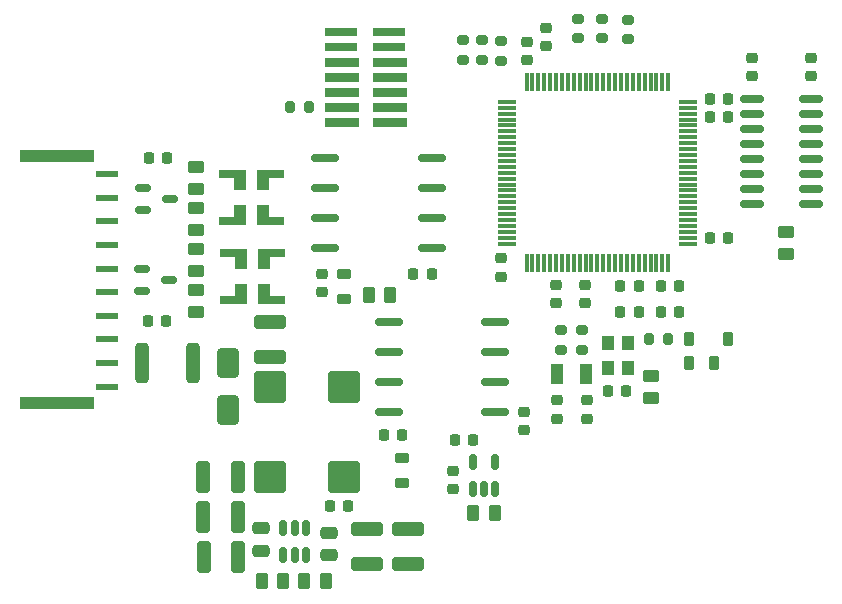
<source format=gbr>
%TF.GenerationSoftware,KiCad,Pcbnew,8.0.6*%
%TF.CreationDate,2024-11-04T12:53:01+02:00*%
%TF.ProjectId,PionController,50696f6e-436f-46e7-9472-6f6c6c65722e,rev?*%
%TF.SameCoordinates,Original*%
%TF.FileFunction,Paste,Top*%
%TF.FilePolarity,Positive*%
%FSLAX46Y46*%
G04 Gerber Fmt 4.6, Leading zero omitted, Abs format (unit mm)*
G04 Created by KiCad (PCBNEW 8.0.6) date 2024-11-04 12:53:01*
%MOMM*%
%LPD*%
G01*
G04 APERTURE LIST*
G04 Aperture macros list*
%AMRoundRect*
0 Rectangle with rounded corners*
0 $1 Rounding radius*
0 $2 $3 $4 $5 $6 $7 $8 $9 X,Y pos of 4 corners*
0 Add a 4 corners polygon primitive as box body*
4,1,4,$2,$3,$4,$5,$6,$7,$8,$9,$2,$3,0*
0 Add four circle primitives for the rounded corners*
1,1,$1+$1,$2,$3*
1,1,$1+$1,$4,$5*
1,1,$1+$1,$6,$7*
1,1,$1+$1,$8,$9*
0 Add four rect primitives between the rounded corners*
20,1,$1+$1,$2,$3,$4,$5,0*
20,1,$1+$1,$4,$5,$6,$7,0*
20,1,$1+$1,$6,$7,$8,$9,0*
20,1,$1+$1,$8,$9,$2,$3,0*%
%AMFreePoly0*
4,1,8,0.500000,-0.850000,-0.500000,-0.850000,-1.800000,-0.850000,-1.800000,-0.150000,-0.500000,-0.150000,-0.500000,0.850000,0.500000,0.850000,0.500000,-0.850000,0.500000,-0.850000,$1*%
%AMFreePoly1*
4,1,7,0.500000,-0.150000,1.800000,-0.150000,1.800000,-0.850000,-0.500000,-0.850000,-0.500000,0.850000,0.500000,0.850000,0.500000,-0.150000,0.500000,-0.150000,$1*%
G04 Aperture macros list end*
%ADD10C,0.010000*%
%ADD11RoundRect,0.225000X-0.225000X-0.250000X0.225000X-0.250000X0.225000X0.250000X-0.225000X0.250000X0*%
%ADD12RoundRect,0.250000X-0.475000X0.250000X-0.475000X-0.250000X0.475000X-0.250000X0.475000X0.250000X0*%
%ADD13RoundRect,0.150000X0.150000X-0.512500X0.150000X0.512500X-0.150000X0.512500X-0.150000X-0.512500X0*%
%ADD14RoundRect,0.200000X0.200000X0.275000X-0.200000X0.275000X-0.200000X-0.275000X0.200000X-0.275000X0*%
%ADD15RoundRect,0.250000X-0.650000X1.000000X-0.650000X-1.000000X0.650000X-1.000000X0.650000X1.000000X0*%
%ADD16RoundRect,0.225000X0.225000X0.250000X-0.225000X0.250000X-0.225000X-0.250000X0.225000X-0.250000X0*%
%ADD17FreePoly0,180.000000*%
%ADD18FreePoly1,180.000000*%
%ADD19FreePoly0,0.000000*%
%ADD20FreePoly1,0.000000*%
%ADD21RoundRect,0.162500X1.012500X0.162500X-1.012500X0.162500X-1.012500X-0.162500X1.012500X-0.162500X0*%
%ADD22RoundRect,0.250000X0.325000X1.100000X-0.325000X1.100000X-0.325000X-1.100000X0.325000X-1.100000X0*%
%ADD23RoundRect,0.218750X-0.381250X0.218750X-0.381250X-0.218750X0.381250X-0.218750X0.381250X0.218750X0*%
%ADD24R,1.900000X0.550000*%
%ADD25R,6.300000X1.050000*%
%ADD26RoundRect,0.200000X0.275000X-0.200000X0.275000X0.200000X-0.275000X0.200000X-0.275000X-0.200000X0*%
%ADD27RoundRect,0.250000X-0.262500X-0.450000X0.262500X-0.450000X0.262500X0.450000X-0.262500X0.450000X0*%
%ADD28RoundRect,0.150000X-0.150000X0.512500X-0.150000X-0.512500X0.150000X-0.512500X0.150000X0.512500X0*%
%ADD29RoundRect,0.250000X0.450000X-0.262500X0.450000X0.262500X-0.450000X0.262500X-0.450000X-0.262500X0*%
%ADD30RoundRect,0.225000X-0.250000X0.225000X-0.250000X-0.225000X0.250000X-0.225000X0.250000X0.225000X0*%
%ADD31RoundRect,0.250000X-0.450000X0.262500X-0.450000X-0.262500X0.450000X-0.262500X0.450000X0.262500X0*%
%ADD32RoundRect,0.250000X1.100000X-0.325000X1.100000X0.325000X-1.100000X0.325000X-1.100000X-0.325000X0*%
%ADD33RoundRect,0.250000X-1.100000X0.325000X-1.100000X-0.325000X1.100000X-0.325000X1.100000X0.325000X0*%
%ADD34RoundRect,0.200000X-0.275000X0.200000X-0.275000X-0.200000X0.275000X-0.200000X0.275000X0.200000X0*%
%ADD35R,1.100000X1.300000*%
%ADD36RoundRect,0.218750X-0.218750X-0.256250X0.218750X-0.256250X0.218750X0.256250X-0.218750X0.256250X0*%
%ADD37RoundRect,0.225000X0.225000X0.375000X-0.225000X0.375000X-0.225000X-0.375000X0.225000X-0.375000X0*%
%ADD38RoundRect,0.225000X0.250000X-0.225000X0.250000X0.225000X-0.250000X0.225000X-0.250000X-0.225000X0*%
%ADD39RoundRect,0.250000X0.475000X-0.250000X0.475000X0.250000X-0.475000X0.250000X-0.475000X-0.250000X0*%
%ADD40RoundRect,0.075000X0.075000X-0.725000X0.075000X0.725000X-0.075000X0.725000X-0.075000X-0.725000X0*%
%ADD41RoundRect,0.075000X0.725000X-0.075000X0.725000X0.075000X-0.725000X0.075000X-0.725000X-0.075000X0*%
%ADD42RoundRect,0.150000X-0.825000X-0.150000X0.825000X-0.150000X0.825000X0.150000X-0.825000X0.150000X0*%
%ADD43RoundRect,0.218750X0.218750X0.381250X-0.218750X0.381250X-0.218750X-0.381250X0.218750X-0.381250X0*%
%ADD44RoundRect,0.250000X-0.312500X-1.450000X0.312500X-1.450000X0.312500X1.450000X-0.312500X1.450000X0*%
%ADD45RoundRect,0.250000X0.262500X0.450000X-0.262500X0.450000X-0.262500X-0.450000X0.262500X-0.450000X0*%
%ADD46R,2.790000X0.740000*%
%ADD47RoundRect,0.150000X-0.512500X-0.150000X0.512500X-0.150000X0.512500X0.150000X-0.512500X0.150000X0*%
%ADD48R,1.000000X1.800000*%
%ADD49RoundRect,0.250000X1.100000X-1.100000X1.100000X1.100000X-1.100000X1.100000X-1.100000X-1.100000X0*%
G04 APERTURE END LIST*
D10*
%TO.C,J1*%
X129173000Y-78680000D02*
X126383000Y-78680000D01*
X126383000Y-77940000D01*
X129173000Y-77940000D01*
X129173000Y-78680000D01*
G36*
X129173000Y-78680000D02*
G01*
X126383000Y-78680000D01*
X126383000Y-77940000D01*
X129173000Y-77940000D01*
X129173000Y-78680000D01*
G37*
X129173000Y-79950000D02*
X126383000Y-79950000D01*
X126383000Y-79210000D01*
X129173000Y-79210000D01*
X129173000Y-79950000D01*
G36*
X129173000Y-79950000D02*
G01*
X126383000Y-79950000D01*
X126383000Y-79210000D01*
X129173000Y-79210000D01*
X129173000Y-79950000D01*
G37*
X129173000Y-81220000D02*
X126383000Y-81220000D01*
X126383000Y-80480000D01*
X129173000Y-80480000D01*
X129173000Y-81220000D01*
G36*
X129173000Y-81220000D02*
G01*
X126383000Y-81220000D01*
X126383000Y-80480000D01*
X129173000Y-80480000D01*
X129173000Y-81220000D01*
G37*
X129173000Y-82490000D02*
X126383000Y-82490000D01*
X126383000Y-81750000D01*
X129173000Y-81750000D01*
X129173000Y-82490000D01*
G36*
X129173000Y-82490000D02*
G01*
X126383000Y-82490000D01*
X126383000Y-81750000D01*
X129173000Y-81750000D01*
X129173000Y-82490000D01*
G37*
X129173000Y-83760000D02*
X126383000Y-83760000D01*
X126383000Y-83020000D01*
X129173000Y-83020000D01*
X129173000Y-83760000D01*
G36*
X129173000Y-83760000D02*
G01*
X126383000Y-83760000D01*
X126383000Y-83020000D01*
X129173000Y-83020000D01*
X129173000Y-83760000D01*
G37*
X133237000Y-78680000D02*
X130447000Y-78680000D01*
X130447000Y-77940000D01*
X133237000Y-77940000D01*
X133237000Y-78680000D01*
G36*
X133237000Y-78680000D02*
G01*
X130447000Y-78680000D01*
X130447000Y-77940000D01*
X133237000Y-77940000D01*
X133237000Y-78680000D01*
G37*
X133237000Y-79950000D02*
X130447000Y-79950000D01*
X130447000Y-79210000D01*
X133237000Y-79210000D01*
X133237000Y-79950000D01*
G36*
X133237000Y-79950000D02*
G01*
X130447000Y-79950000D01*
X130447000Y-79210000D01*
X133237000Y-79210000D01*
X133237000Y-79950000D01*
G37*
X133237000Y-81220000D02*
X130447000Y-81220000D01*
X130447000Y-80480000D01*
X133237000Y-80480000D01*
X133237000Y-81220000D01*
G36*
X133237000Y-81220000D02*
G01*
X130447000Y-81220000D01*
X130447000Y-80480000D01*
X133237000Y-80480000D01*
X133237000Y-81220000D01*
G37*
X133237000Y-82490000D02*
X130447000Y-82490000D01*
X130447000Y-81750000D01*
X133237000Y-81750000D01*
X133237000Y-82490000D01*
G36*
X133237000Y-82490000D02*
G01*
X130447000Y-82490000D01*
X130447000Y-81750000D01*
X133237000Y-81750000D01*
X133237000Y-82490000D01*
G37*
X133237000Y-83760000D02*
X130447000Y-83760000D01*
X130447000Y-83020000D01*
X133237000Y-83020000D01*
X133237000Y-83760000D01*
G36*
X133237000Y-83760000D02*
G01*
X130447000Y-83760000D01*
X130447000Y-83020000D01*
X133237000Y-83020000D01*
X133237000Y-83760000D01*
G37*
%TD*%
D11*
%TO.C,C13*%
X154876200Y-99491800D03*
X156426200Y-99491800D03*
%TD*%
D12*
%TO.C,C5*%
X120989200Y-117764800D03*
X120989200Y-119664800D03*
%TD*%
D13*
%TO.C,U2*%
X138953200Y-114472300D03*
X139903200Y-114472300D03*
X140853200Y-114472300D03*
X140853200Y-112197300D03*
X138953200Y-112197300D03*
%TD*%
D14*
%TO.C,R9*%
X125065000Y-82120000D03*
X123415000Y-82120000D03*
%TD*%
D15*
%TO.C,D1*%
X118225000Y-103790000D03*
X118225000Y-107790000D03*
%TD*%
D16*
%TO.C,C29*%
X135445800Y-96291400D03*
X133895800Y-96291400D03*
%TD*%
D17*
%TO.C,CMC2*%
X121219000Y-94943800D03*
D18*
X119319000Y-94943800D03*
D19*
X119319000Y-97943800D03*
D20*
X121219000Y-97943800D03*
%TD*%
D21*
%TO.C,U5*%
X135436600Y-94092400D03*
X135436600Y-91552400D03*
X135436600Y-89012400D03*
X135436600Y-86472400D03*
X126386600Y-86472400D03*
X126386600Y-89012400D03*
X126386600Y-91552400D03*
X126386600Y-94092400D03*
%TD*%
D22*
%TO.C,C3*%
X119064200Y-113414800D03*
X116114200Y-113414800D03*
%TD*%
D23*
%TO.C,FB3*%
X128040000Y-96227500D03*
X128040000Y-98352500D03*
%TD*%
D24*
%TO.C,J2*%
X107950000Y-105790000D03*
X107950000Y-103790000D03*
X107950000Y-101790000D03*
X107950000Y-99790000D03*
X107950000Y-97790000D03*
X107950000Y-95790000D03*
X107950000Y-93790000D03*
X107950000Y-91790000D03*
X107950000Y-89790000D03*
X107950000Y-87790000D03*
D25*
X103750000Y-107150000D03*
X103750000Y-86250000D03*
%TD*%
D26*
%TO.C,R6*%
X148158200Y-102653600D03*
X148158200Y-101003600D03*
%TD*%
D27*
%TO.C,R8*%
X130127500Y-98050000D03*
X131952500Y-98050000D03*
%TD*%
D11*
%TO.C,C10*%
X137426400Y-110286800D03*
X138976400Y-110286800D03*
%TD*%
D28*
%TO.C,U1*%
X124789200Y-117777300D03*
X123839200Y-117777300D03*
X122889200Y-117777300D03*
X122889200Y-120052300D03*
X123839200Y-120052300D03*
X124789200Y-120052300D03*
%TD*%
D29*
%TO.C,R19*%
X115500000Y-89050000D03*
X115500000Y-87225000D03*
%TD*%
D30*
%TO.C,C25*%
X145110000Y-75395000D03*
X145110000Y-76945000D03*
%TD*%
D17*
%TO.C,CMC3*%
X121150000Y-88289000D03*
D18*
X119250000Y-88289000D03*
D19*
X119250000Y-91289000D03*
D20*
X121150000Y-91289000D03*
%TD*%
D31*
%TO.C,R7*%
X154051000Y-104929300D03*
X154051000Y-106754300D03*
%TD*%
D32*
%TO.C,C1*%
X121739200Y-103239800D03*
X121739200Y-100289800D03*
%TD*%
D14*
%TO.C,R4*%
X155485600Y-101727000D03*
X153835600Y-101727000D03*
%TD*%
D33*
%TO.C,C8*%
X133420000Y-117845000D03*
X133420000Y-120795000D03*
%TD*%
D34*
%TO.C,R10*%
X147878800Y-74663800D03*
X147878800Y-76313800D03*
%TD*%
D35*
%TO.C,X1*%
X152031200Y-104224800D03*
X152031200Y-102124800D03*
X150381200Y-102124800D03*
X150381200Y-104224800D03*
%TD*%
D22*
%TO.C,C2*%
X119093200Y-120222800D03*
X116143200Y-120222800D03*
%TD*%
D34*
%TO.C,R12*%
X138125200Y-76467200D03*
X138125200Y-78117200D03*
%TD*%
D36*
%TO.C,L1*%
X126801700Y-115927300D03*
X128376700Y-115927300D03*
%TD*%
D37*
%TO.C,D2*%
X160501600Y-101727000D03*
X157201600Y-101727000D03*
%TD*%
D23*
%TO.C,FB2*%
X132943600Y-111865900D03*
X132943600Y-113990900D03*
%TD*%
D38*
%TO.C,C23*%
X141300200Y-96482200D03*
X141300200Y-94932200D03*
%TD*%
D39*
%TO.C,C6*%
X126789200Y-120052300D03*
X126789200Y-118152300D03*
%TD*%
D31*
%TO.C,R18*%
X115500000Y-90687500D03*
X115500000Y-92512500D03*
%TD*%
D34*
%TO.C,R14*%
X149860000Y-74663800D03*
X149860000Y-76313800D03*
%TD*%
D30*
%TO.C,C9*%
X137290700Y-112934800D03*
X137290700Y-114484800D03*
%TD*%
%TO.C,C20*%
X145973800Y-97192800D03*
X145973800Y-98742800D03*
%TD*%
D38*
%TO.C,C32*%
X162610800Y-79489600D03*
X162610800Y-77939600D03*
%TD*%
D30*
%TO.C,C21*%
X148463000Y-97192800D03*
X148463000Y-98742800D03*
%TD*%
D22*
%TO.C,C4*%
X119064200Y-116864800D03*
X116114200Y-116864800D03*
%TD*%
D40*
%TO.C,U3*%
X143479000Y-95355800D03*
X143979000Y-95355800D03*
X144479000Y-95355800D03*
X144979000Y-95355800D03*
X145479000Y-95355800D03*
X145979000Y-95355800D03*
X146479000Y-95355800D03*
X146979000Y-95355800D03*
X147479000Y-95355800D03*
X147979000Y-95355800D03*
X148479000Y-95355800D03*
X148979000Y-95355800D03*
X149479000Y-95355800D03*
X149979000Y-95355800D03*
X150479000Y-95355800D03*
X150979000Y-95355800D03*
X151479000Y-95355800D03*
X151979000Y-95355800D03*
X152479000Y-95355800D03*
X152979000Y-95355800D03*
X153479000Y-95355800D03*
X153979000Y-95355800D03*
X154479000Y-95355800D03*
X154979000Y-95355800D03*
X155479000Y-95355800D03*
D41*
X157154000Y-93680800D03*
X157154000Y-93180800D03*
X157154000Y-92680800D03*
X157154000Y-92180800D03*
X157154000Y-91680800D03*
X157154000Y-91180800D03*
X157154000Y-90680800D03*
X157154000Y-90180800D03*
X157154000Y-89680800D03*
X157154000Y-89180800D03*
X157154000Y-88680800D03*
X157154000Y-88180800D03*
X157154000Y-87680800D03*
X157154000Y-87180800D03*
X157154000Y-86680800D03*
X157154000Y-86180800D03*
X157154000Y-85680800D03*
X157154000Y-85180800D03*
X157154000Y-84680800D03*
X157154000Y-84180800D03*
X157154000Y-83680800D03*
X157154000Y-83180800D03*
X157154000Y-82680800D03*
X157154000Y-82180800D03*
X157154000Y-81680800D03*
D40*
X155479000Y-80005800D03*
X154979000Y-80005800D03*
X154479000Y-80005800D03*
X153979000Y-80005800D03*
X153479000Y-80005800D03*
X152979000Y-80005800D03*
X152479000Y-80005800D03*
X151979000Y-80005800D03*
X151479000Y-80005800D03*
X150979000Y-80005800D03*
X150479000Y-80005800D03*
X149979000Y-80005800D03*
X149479000Y-80005800D03*
X148979000Y-80005800D03*
X148479000Y-80005800D03*
X147979000Y-80005800D03*
X147479000Y-80005800D03*
X146979000Y-80005800D03*
X146479000Y-80005800D03*
X145979000Y-80005800D03*
X145479000Y-80005800D03*
X144979000Y-80005800D03*
X144479000Y-80005800D03*
X143979000Y-80005800D03*
X143479000Y-80005800D03*
D41*
X141804000Y-81680800D03*
X141804000Y-82180800D03*
X141804000Y-82680800D03*
X141804000Y-83180800D03*
X141804000Y-83680800D03*
X141804000Y-84180800D03*
X141804000Y-84680800D03*
X141804000Y-85180800D03*
X141804000Y-85680800D03*
X141804000Y-86180800D03*
X141804000Y-86680800D03*
X141804000Y-87180800D03*
X141804000Y-87680800D03*
X141804000Y-88180800D03*
X141804000Y-88680800D03*
X141804000Y-89180800D03*
X141804000Y-89680800D03*
X141804000Y-90180800D03*
X141804000Y-90680800D03*
X141804000Y-91180800D03*
X141804000Y-91680800D03*
X141804000Y-92180800D03*
X141804000Y-92680800D03*
X141804000Y-93180800D03*
X141804000Y-93680800D03*
%TD*%
D11*
%TO.C,C11*%
X151421800Y-99491800D03*
X152971800Y-99491800D03*
%TD*%
D34*
%TO.C,R13*%
X141300200Y-76568800D03*
X141300200Y-78218800D03*
%TD*%
D16*
%TO.C,C12*%
X152971800Y-97307400D03*
X151421800Y-97307400D03*
%TD*%
D38*
%TO.C,C19*%
X143510000Y-78143400D03*
X143510000Y-76593400D03*
%TD*%
D42*
%TO.C,U6*%
X162599600Y-81415800D03*
X162599600Y-82685800D03*
X162599600Y-83955800D03*
X162599600Y-85225800D03*
X162599600Y-86495800D03*
X162599600Y-87765800D03*
X162599600Y-89035800D03*
X162599600Y-90305800D03*
X167549600Y-90305800D03*
X167549600Y-89035800D03*
X167549600Y-87765800D03*
X167549600Y-86495800D03*
X167549600Y-85225800D03*
X167549600Y-83955800D03*
X167549600Y-82685800D03*
X167549600Y-81415800D03*
%TD*%
D30*
%TO.C,C26*%
X143281400Y-107911600D03*
X143281400Y-109461600D03*
%TD*%
D43*
%TO.C,FB1*%
X159329900Y-103825400D03*
X157204900Y-103825400D03*
%TD*%
D30*
%TO.C,C33*%
X167563800Y-77965000D03*
X167563800Y-79515000D03*
%TD*%
%TO.C,C30*%
X126161800Y-96227600D03*
X126161800Y-97777600D03*
%TD*%
D16*
%TO.C,C24*%
X160541000Y-82936600D03*
X158991000Y-82936600D03*
%TD*%
%TO.C,C17*%
X151930400Y-106121200D03*
X150380400Y-106121200D03*
%TD*%
D27*
%TO.C,R3*%
X138965300Y-116472300D03*
X140790300Y-116472300D03*
%TD*%
D26*
%TO.C,R5*%
X146380200Y-102653600D03*
X146380200Y-101003600D03*
%TD*%
D16*
%TO.C,C27*%
X132931200Y-109905800D03*
X131381200Y-109905800D03*
%TD*%
D21*
%TO.C,U4*%
X140846800Y-107899200D03*
X140846800Y-105359200D03*
X140846800Y-102819200D03*
X140846800Y-100279200D03*
X131796800Y-100279200D03*
X131796800Y-102819200D03*
X131796800Y-105359200D03*
X131796800Y-107899200D03*
%TD*%
D44*
%TO.C,F1*%
X110950000Y-103790000D03*
X115225000Y-103790000D03*
%TD*%
D38*
%TO.C,C15*%
X146024600Y-108496400D03*
X146024600Y-106946400D03*
%TD*%
D45*
%TO.C,R1*%
X126464700Y-122275600D03*
X124639700Y-122275600D03*
%TD*%
D34*
%TO.C,R11*%
X139700000Y-76467200D03*
X139700000Y-78117200D03*
%TD*%
D31*
%TO.C,R16*%
X115500000Y-97650000D03*
X115500000Y-99475000D03*
%TD*%
%TO.C,R20*%
X165481000Y-92737300D03*
X165481000Y-94562300D03*
%TD*%
D46*
%TO.C,J1*%
X127775000Y-75770000D03*
X131845000Y-75770000D03*
X127775000Y-77040000D03*
X131845000Y-77040000D03*
X127775000Y-78310000D03*
X131845000Y-78310000D03*
X127775000Y-79580000D03*
X131845000Y-79580000D03*
X127775000Y-80850000D03*
X131845000Y-80850000D03*
X127775000Y-82120000D03*
X131845000Y-82120000D03*
X127775000Y-83390000D03*
X131845000Y-83390000D03*
%TD*%
D45*
%TO.C,R2*%
X122883300Y-122275600D03*
X121058300Y-122275600D03*
%TD*%
D29*
%TO.C,R17*%
X115500000Y-95975000D03*
X115500000Y-94150000D03*
%TD*%
D34*
%TO.C,R15*%
X152044400Y-74714600D03*
X152044400Y-76364600D03*
%TD*%
D47*
%TO.C,ESD1*%
X110950000Y-95790000D03*
X110950000Y-97690000D03*
X113225000Y-96740000D03*
%TD*%
D48*
%TO.C,X2*%
X148544600Y-104724200D03*
X146044600Y-104724200D03*
%TD*%
D16*
%TO.C,C31*%
X113075000Y-86400000D03*
X111525000Y-86400000D03*
%TD*%
D11*
%TO.C,C18*%
X158991000Y-93192600D03*
X160541000Y-93192600D03*
%TD*%
D49*
%TO.C,CMC1*%
X127989200Y-105814800D03*
X121789200Y-105814800D03*
X121789200Y-113414800D03*
X127989200Y-113414800D03*
%TD*%
D11*
%TO.C,C22*%
X158991000Y-81432400D03*
X160541000Y-81432400D03*
%TD*%
D47*
%TO.C,ESD2*%
X111025000Y-88950000D03*
X111025000Y-90850000D03*
X113300000Y-89900000D03*
%TD*%
D16*
%TO.C,C28*%
X112975000Y-100225000D03*
X111425000Y-100225000D03*
%TD*%
%TO.C,C14*%
X156426200Y-97307400D03*
X154876200Y-97307400D03*
%TD*%
D38*
%TO.C,C16*%
X148590000Y-108496400D03*
X148590000Y-106946400D03*
%TD*%
D33*
%TO.C,C7*%
X129940200Y-117870400D03*
X129940200Y-120820400D03*
%TD*%
M02*

</source>
